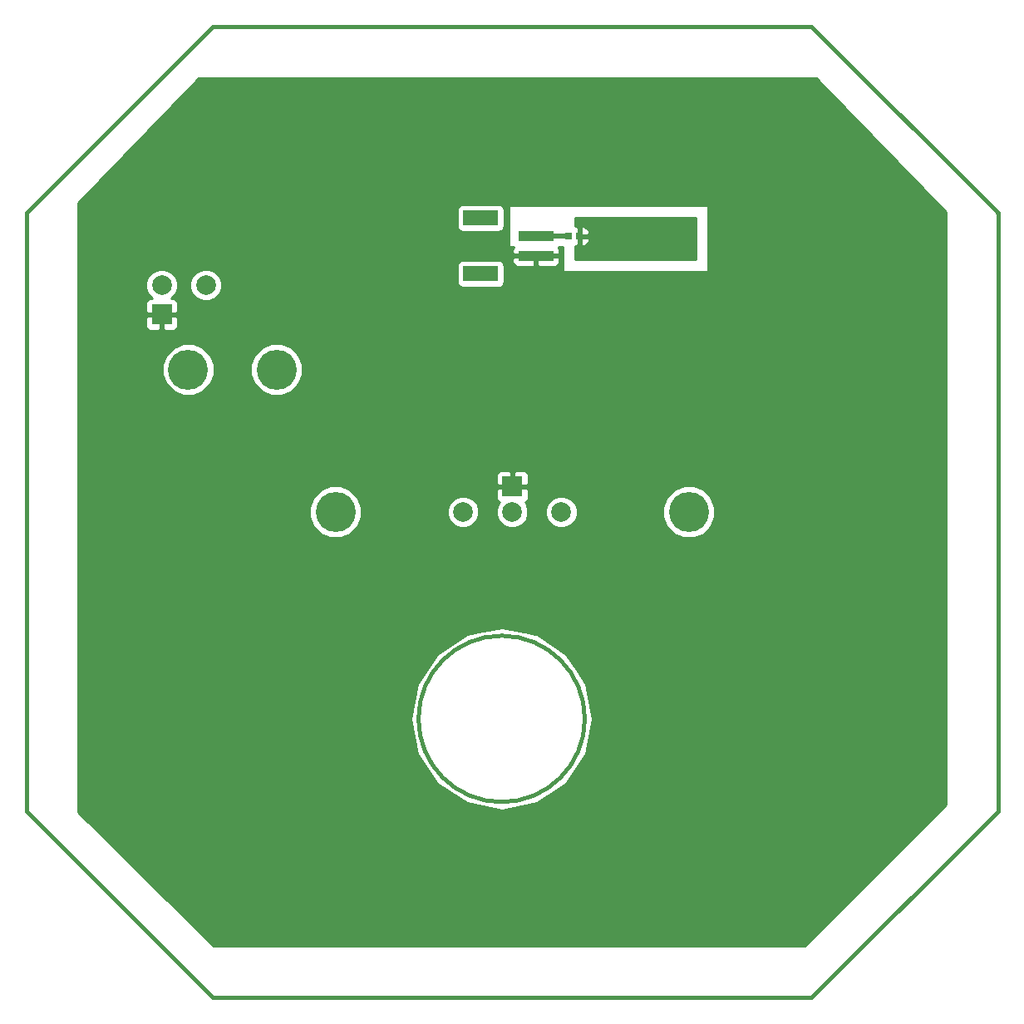
<source format=gbl>
G04 #@! TF.FileFunction,Copper,L2,Bot,Signal*
%FSLAX46Y46*%
G04 Gerber Fmt 4.6, Leading zero omitted, Abs format (unit mm)*
G04 Created by KiCad (PCBNEW (after 2015-mar-04 BZR unknown)-product) date Wed 15 Apr 2015 11:54:57 AM CDT*
%MOMM*%
G01*
G04 APERTURE LIST*
%ADD10C,0.150000*%
%ADD11C,0.381000*%
%ADD12R,3.556000X1.016000*%
%ADD13R,3.556000X1.524000*%
%ADD14C,4.064000*%
%ADD15R,0.701040X0.701040*%
%ADD16C,1.998980*%
%ADD17R,1.998980X1.998980*%
%ADD18C,0.889000*%
%ADD19C,0.203200*%
%ADD20C,0.500000*%
%ADD21C,0.254000*%
G04 APERTURE END LIST*
D10*
D11*
X150190200Y-167589200D02*
X89166700Y-167589200D01*
X89166700Y-167589200D02*
X70205600Y-148628100D01*
X150190200Y-68630800D02*
X169176700Y-87617300D01*
X70205600Y-87617300D02*
X89192100Y-68630800D01*
X169176700Y-148602700D02*
X150190200Y-167589200D01*
X169176700Y-87617300D02*
X169176700Y-148602700D01*
X89192100Y-68630800D02*
X150190200Y-68630800D01*
X70205600Y-148628100D02*
X70205600Y-87617300D01*
X127102752Y-139179300D02*
G75*
G03X127102752Y-139179300I-8472052J0D01*
G01*
X169181780Y-148597620D02*
X169181780Y-148590000D01*
X169171620Y-87609680D02*
X169171620Y-87619840D01*
D12*
X122138800Y-89984000D03*
X122138800Y-92016000D03*
D13*
X116500000Y-93844800D03*
X116500000Y-88155200D03*
D14*
X86700360Y-103598980D03*
X95699580Y-103598980D03*
X101700000Y-118100000D03*
X137700000Y-118100000D03*
D15*
X126551180Y-90000000D03*
X125448820Y-90000000D03*
D16*
X119700040Y-118099840D03*
X124701300Y-118099840D03*
X114701320Y-118099840D03*
X84000000Y-95000000D03*
X88500000Y-95000000D03*
D17*
X84000000Y-98000000D03*
X119725440Y-115524280D03*
D18*
X137500000Y-91500000D03*
X137500000Y-90000000D03*
X137500000Y-88500000D03*
X136000000Y-88500000D03*
X136000000Y-90000000D03*
X136000000Y-91500000D03*
X134500000Y-91500000D03*
X134500000Y-90000000D03*
X134500000Y-88500000D03*
X133000000Y-88500000D03*
X133000000Y-90000000D03*
X133000000Y-91500000D03*
X131500000Y-91500000D03*
X131500000Y-90000000D03*
X131500000Y-88500000D03*
X148500000Y-101000000D03*
X148500000Y-102500000D03*
X145500000Y-102500000D03*
X145500000Y-101000000D03*
X147000000Y-101000000D03*
X147000000Y-102500000D03*
X114500000Y-101000000D03*
X114500000Y-102500000D03*
X111500000Y-102500000D03*
X111500000Y-101000000D03*
X113000000Y-101000000D03*
X113000000Y-102500000D03*
X114500000Y-82000000D03*
X114500000Y-83500000D03*
X111500000Y-83500000D03*
X111500000Y-82000000D03*
X113000000Y-82000000D03*
X113000000Y-83500000D03*
X116199920Y-122598180D03*
X116199920Y-121099580D03*
X118399560Y-121000520D03*
X117200680Y-122598180D03*
X117200680Y-121099580D03*
X115646200Y-159232600D03*
X114147600Y-159245300D03*
X112623600Y-159245300D03*
X117144800Y-159258000D03*
X118706900Y-159258000D03*
X145440400Y-137464800D03*
X147091400Y-137477500D03*
X148602700Y-137464800D03*
X143916400Y-137452100D03*
X142417800Y-137464800D03*
X85432900Y-138518900D03*
X83959700Y-138544300D03*
X82473800Y-138544300D03*
X86931500Y-138493500D03*
X88480900Y-138468100D03*
D11*
X137500000Y-88500000D02*
X137500000Y-90000000D01*
X136000000Y-90000000D02*
X136000000Y-88500000D01*
X134500000Y-91500000D02*
X136000000Y-91500000D01*
X134500000Y-88500000D02*
X134500000Y-90000000D01*
X133000000Y-90000000D02*
X133000000Y-88500000D01*
X131500000Y-91500000D02*
X133000000Y-91500000D01*
X131500000Y-88500000D02*
X131500000Y-90000000D01*
D19*
X148500000Y-102500000D02*
X148500000Y-101000000D01*
X145500000Y-101000000D02*
X145500000Y-102500000D01*
X147000000Y-102500000D02*
X147000000Y-101000000D01*
X114500000Y-102500000D02*
X114500000Y-101000000D01*
X111500000Y-101000000D02*
X111500000Y-102500000D01*
X113000000Y-102500000D02*
X113000000Y-101000000D01*
X114500000Y-83500000D02*
X114500000Y-82000000D01*
X111500000Y-82000000D02*
X111500000Y-83500000D01*
X113000000Y-83500000D02*
X113000000Y-82000000D01*
X116199920Y-121099580D02*
X116199920Y-122598180D01*
X117200680Y-122598180D02*
X117200680Y-121099580D01*
X115646200Y-159232600D02*
X115633500Y-159245300D01*
X115633500Y-159245300D02*
X114147600Y-159245300D01*
X112623600Y-159245300D02*
X112636300Y-159258000D01*
X112636300Y-159258000D02*
X117144800Y-159258000D01*
X145440400Y-137464800D02*
X147002500Y-137464800D01*
X147002500Y-137464800D02*
X147015200Y-137477500D01*
X147015200Y-137477500D02*
X147091400Y-137477500D01*
X148602700Y-137464800D02*
X148590000Y-137452100D01*
X148590000Y-137452100D02*
X143916400Y-137452100D01*
X85432900Y-138518900D02*
X85407500Y-138544300D01*
X85407500Y-138544300D02*
X83959700Y-138544300D01*
X82473800Y-138544300D02*
X82524600Y-138493500D01*
X82524600Y-138493500D02*
X86931500Y-138493500D01*
D20*
X125448820Y-90000000D02*
X122154800Y-90000000D01*
X122154800Y-90000000D02*
X122138800Y-89984000D01*
D21*
G36*
X163873180Y-147945320D02*
X149446970Y-162272980D01*
X140367462Y-162272980D01*
X140367462Y-117571828D01*
X139962291Y-116591239D01*
X139627000Y-116255362D01*
X139627000Y-93627000D01*
X139627000Y-86873000D01*
X119373000Y-86873000D01*
X119373000Y-91127000D01*
X119843774Y-91127000D01*
X119822473Y-91148302D01*
X119725800Y-91381691D01*
X119725800Y-91730250D01*
X119884550Y-91889000D01*
X122011800Y-91889000D01*
X122011800Y-91869000D01*
X122265800Y-91869000D01*
X122265800Y-91889000D01*
X124393050Y-91889000D01*
X124551800Y-91730250D01*
X124551800Y-91381691D01*
X124455127Y-91148302D01*
X124433825Y-91127000D01*
X124873000Y-91127000D01*
X124873000Y-93627000D01*
X139627000Y-93627000D01*
X139627000Y-116255362D01*
X139212707Y-115840345D01*
X138232827Y-115433464D01*
X137171828Y-115432538D01*
X136191239Y-115837709D01*
X135440345Y-116587293D01*
X135033464Y-117567173D01*
X135032538Y-118628172D01*
X135437709Y-119608761D01*
X136187293Y-120359655D01*
X137167173Y-120766536D01*
X138228172Y-120767462D01*
X139208761Y-120362291D01*
X139959655Y-119612707D01*
X140366536Y-118632827D01*
X140367462Y-117571828D01*
X140367462Y-162272980D01*
X139192247Y-162272980D01*
X139192233Y-162280600D01*
X134849068Y-162280600D01*
X134849096Y-162272980D01*
X127928252Y-162272980D01*
X127928252Y-139179300D01*
X127220518Y-135621281D01*
X126336074Y-134297617D01*
X126336074Y-117776146D01*
X126087762Y-117175185D01*
X125628373Y-116714994D01*
X125027847Y-116465634D01*
X124551800Y-116465218D01*
X124551800Y-92650309D01*
X124551800Y-92301750D01*
X124393050Y-92143000D01*
X122265800Y-92143000D01*
X122265800Y-93000250D01*
X122424550Y-93159000D01*
X123790491Y-93159000D01*
X124043110Y-93159000D01*
X124276499Y-93062327D01*
X124455127Y-92883698D01*
X124551800Y-92650309D01*
X124551800Y-116465218D01*
X124377606Y-116465066D01*
X123776645Y-116713378D01*
X123316454Y-117172767D01*
X123067094Y-117773293D01*
X123066526Y-118423534D01*
X123314838Y-119024495D01*
X123774227Y-119484686D01*
X124374753Y-119734046D01*
X125024994Y-119734614D01*
X125625955Y-119486302D01*
X126086146Y-119026913D01*
X126335506Y-118426387D01*
X126336074Y-117776146D01*
X126336074Y-134297617D01*
X125205062Y-132604938D01*
X122188719Y-130589482D01*
X122011800Y-130554290D01*
X122011800Y-93000250D01*
X122011800Y-92143000D01*
X119884550Y-92143000D01*
X119725800Y-92301750D01*
X119725800Y-92650309D01*
X119822473Y-92883698D01*
X120001101Y-93062327D01*
X120234490Y-93159000D01*
X120487109Y-93159000D01*
X121853050Y-93159000D01*
X122011800Y-93000250D01*
X122011800Y-130554290D01*
X121359930Y-130424625D01*
X121359930Y-116650080D01*
X121359930Y-116397461D01*
X121359930Y-115810030D01*
X121359930Y-115238530D01*
X121359930Y-114651099D01*
X121359930Y-114398480D01*
X121263257Y-114165091D01*
X121084628Y-113986463D01*
X120851239Y-113889790D01*
X120011190Y-113889790D01*
X119852440Y-114048540D01*
X119852440Y-115397280D01*
X121201180Y-115397280D01*
X121359930Y-115238530D01*
X121359930Y-115810030D01*
X121201180Y-115651280D01*
X119852440Y-115651280D01*
X119852440Y-115671280D01*
X119598440Y-115671280D01*
X119598440Y-115651280D01*
X119598440Y-115397280D01*
X119598440Y-114048540D01*
X119439690Y-113889790D01*
X118925440Y-113889790D01*
X118925440Y-94606800D01*
X118925440Y-93082800D01*
X118925440Y-88917200D01*
X118925440Y-87393200D01*
X118878463Y-87151077D01*
X118738673Y-86938273D01*
X118527640Y-86795823D01*
X118278000Y-86745760D01*
X114722000Y-86745760D01*
X114479877Y-86792737D01*
X114267073Y-86932527D01*
X114124623Y-87143560D01*
X114074560Y-87393200D01*
X114074560Y-88917200D01*
X114121537Y-89159323D01*
X114261327Y-89372127D01*
X114472360Y-89514577D01*
X114722000Y-89564640D01*
X118278000Y-89564640D01*
X118520123Y-89517663D01*
X118732927Y-89377873D01*
X118875377Y-89166840D01*
X118925440Y-88917200D01*
X118925440Y-93082800D01*
X118878463Y-92840677D01*
X118738673Y-92627873D01*
X118527640Y-92485423D01*
X118278000Y-92435360D01*
X114722000Y-92435360D01*
X114479877Y-92482337D01*
X114267073Y-92622127D01*
X114124623Y-92833160D01*
X114074560Y-93082800D01*
X114074560Y-94606800D01*
X114121537Y-94848923D01*
X114261327Y-95061727D01*
X114472360Y-95204177D01*
X114722000Y-95254240D01*
X118278000Y-95254240D01*
X118520123Y-95207263D01*
X118732927Y-95067473D01*
X118875377Y-94856440D01*
X118925440Y-94606800D01*
X118925440Y-113889790D01*
X118599641Y-113889790D01*
X118366252Y-113986463D01*
X118187623Y-114165091D01*
X118090950Y-114398480D01*
X118090950Y-114651099D01*
X118090950Y-115238530D01*
X118249700Y-115397280D01*
X119598440Y-115397280D01*
X119598440Y-115651280D01*
X118249700Y-115651280D01*
X118090950Y-115810030D01*
X118090950Y-116397461D01*
X118090950Y-116650080D01*
X118187623Y-116883469D01*
X118366252Y-117062097D01*
X118408519Y-117079604D01*
X118315194Y-117172767D01*
X118065834Y-117773293D01*
X118065266Y-118423534D01*
X118313578Y-119024495D01*
X118772967Y-119484686D01*
X119373493Y-119734046D01*
X120023734Y-119734614D01*
X120624695Y-119486302D01*
X121084886Y-119026913D01*
X121334246Y-118426387D01*
X121334814Y-117776146D01*
X121086502Y-117175185D01*
X121006087Y-117094629D01*
X121084628Y-117062097D01*
X121263257Y-116883469D01*
X121359930Y-116650080D01*
X121359930Y-130424625D01*
X118630700Y-129881748D01*
X116336094Y-130338173D01*
X116336094Y-117776146D01*
X116087782Y-117175185D01*
X115628393Y-116714994D01*
X115027867Y-116465634D01*
X114377626Y-116465066D01*
X113776665Y-116713378D01*
X113316474Y-117172767D01*
X113067114Y-117773293D01*
X113066546Y-118423534D01*
X113314858Y-119024495D01*
X113774247Y-119484686D01*
X114374773Y-119734046D01*
X115025014Y-119734614D01*
X115625975Y-119486302D01*
X116086166Y-119026913D01*
X116335526Y-118426387D01*
X116336094Y-117776146D01*
X116336094Y-130338173D01*
X115072681Y-130589482D01*
X112056338Y-132604938D01*
X110040882Y-135621281D01*
X109333148Y-139179300D01*
X110040882Y-142737319D01*
X112056338Y-145753662D01*
X115072681Y-147769118D01*
X118630700Y-148476852D01*
X122188719Y-147769118D01*
X125205062Y-145753662D01*
X127220518Y-142737319D01*
X127928252Y-139179300D01*
X127928252Y-162272980D01*
X104367462Y-162272980D01*
X104367462Y-117571828D01*
X103962291Y-116591239D01*
X103212707Y-115840345D01*
X102232827Y-115433464D01*
X101171828Y-115432538D01*
X100191239Y-115837709D01*
X99440345Y-116587293D01*
X99033464Y-117567173D01*
X99032538Y-118628172D01*
X99437709Y-119608761D01*
X100187293Y-120359655D01*
X101167173Y-120766536D01*
X102228172Y-120767462D01*
X103208761Y-120362291D01*
X103959655Y-119612707D01*
X104366536Y-118632827D01*
X104367462Y-117571828D01*
X104367462Y-162272980D01*
X98367042Y-162272980D01*
X98367042Y-103070808D01*
X97961871Y-102090219D01*
X97212287Y-101339325D01*
X96232407Y-100932444D01*
X95171408Y-100931518D01*
X94190819Y-101336689D01*
X93439925Y-102086273D01*
X93033044Y-103066153D01*
X93032118Y-104127152D01*
X93437289Y-105107741D01*
X94186873Y-105858635D01*
X95166753Y-106265516D01*
X96227752Y-106266442D01*
X97208341Y-105861271D01*
X97959235Y-105111687D01*
X98366116Y-104131807D01*
X98367042Y-103070808D01*
X98367042Y-162272980D01*
X90134774Y-162272980D01*
X90134774Y-94676306D01*
X89886462Y-94075345D01*
X89427073Y-93615154D01*
X88826547Y-93365794D01*
X88176306Y-93365226D01*
X87575345Y-93613538D01*
X87115154Y-94072927D01*
X86865794Y-94673453D01*
X86865226Y-95323694D01*
X87113538Y-95924655D01*
X87572927Y-96384846D01*
X88173453Y-96634206D01*
X88823694Y-96634774D01*
X89424655Y-96386462D01*
X89884846Y-95927073D01*
X90134206Y-95326547D01*
X90134774Y-94676306D01*
X90134774Y-162272980D01*
X89367822Y-162272980D01*
X89367822Y-103070808D01*
X88962651Y-102090219D01*
X88213067Y-101339325D01*
X87233187Y-100932444D01*
X86172188Y-100931518D01*
X85634774Y-101153572D01*
X85634774Y-94676306D01*
X85386462Y-94075345D01*
X84927073Y-93615154D01*
X84326547Y-93365794D01*
X83676306Y-93365226D01*
X83075345Y-93613538D01*
X82615154Y-94072927D01*
X82365794Y-94673453D01*
X82365226Y-95323694D01*
X82613538Y-95924655D01*
X83053624Y-96365510D01*
X82874201Y-96365510D01*
X82640812Y-96462183D01*
X82462183Y-96640811D01*
X82365510Y-96874200D01*
X82365510Y-97126819D01*
X82365510Y-97714250D01*
X82524260Y-97873000D01*
X83873000Y-97873000D01*
X83873000Y-97853000D01*
X84127000Y-97853000D01*
X84127000Y-97873000D01*
X85475740Y-97873000D01*
X85634490Y-97714250D01*
X85634490Y-97126819D01*
X85634490Y-96874200D01*
X85537817Y-96640811D01*
X85359188Y-96462183D01*
X85125799Y-96365510D01*
X84945643Y-96365510D01*
X85384846Y-95927073D01*
X85634206Y-95326547D01*
X85634774Y-94676306D01*
X85634774Y-101153572D01*
X85634490Y-101153690D01*
X85634490Y-99125800D01*
X85634490Y-98873181D01*
X85634490Y-98285750D01*
X85475740Y-98127000D01*
X84127000Y-98127000D01*
X84127000Y-99475740D01*
X84285750Y-99634490D01*
X85125799Y-99634490D01*
X85359188Y-99537817D01*
X85537817Y-99359189D01*
X85634490Y-99125800D01*
X85634490Y-101153690D01*
X85191599Y-101336689D01*
X84440705Y-102086273D01*
X84033824Y-103066153D01*
X84032898Y-104127152D01*
X84438069Y-105107741D01*
X85187653Y-105858635D01*
X86167533Y-106265516D01*
X87228532Y-106266442D01*
X88209121Y-105861271D01*
X88960015Y-105111687D01*
X89366896Y-104131807D01*
X89367822Y-103070808D01*
X89367822Y-162272980D01*
X89252057Y-162272980D01*
X83873000Y-156932535D01*
X83873000Y-99475740D01*
X83873000Y-98127000D01*
X82524260Y-98127000D01*
X82365510Y-98285750D01*
X82365510Y-98873181D01*
X82365510Y-99125800D01*
X82462183Y-99359189D01*
X82640812Y-99537817D01*
X82874201Y-99634490D01*
X83714250Y-99634490D01*
X83873000Y-99475740D01*
X83873000Y-156932535D01*
X75526900Y-148646347D01*
X75526900Y-86649896D01*
X87755207Y-73926700D01*
X150647033Y-73926700D01*
X163873180Y-87549430D01*
X163873180Y-147945320D01*
X163873180Y-147945320D01*
G37*
X163873180Y-147945320D02*
X149446970Y-162272980D01*
X140367462Y-162272980D01*
X140367462Y-117571828D01*
X139962291Y-116591239D01*
X139627000Y-116255362D01*
X139627000Y-93627000D01*
X139627000Y-86873000D01*
X119373000Y-86873000D01*
X119373000Y-91127000D01*
X119843774Y-91127000D01*
X119822473Y-91148302D01*
X119725800Y-91381691D01*
X119725800Y-91730250D01*
X119884550Y-91889000D01*
X122011800Y-91889000D01*
X122011800Y-91869000D01*
X122265800Y-91869000D01*
X122265800Y-91889000D01*
X124393050Y-91889000D01*
X124551800Y-91730250D01*
X124551800Y-91381691D01*
X124455127Y-91148302D01*
X124433825Y-91127000D01*
X124873000Y-91127000D01*
X124873000Y-93627000D01*
X139627000Y-93627000D01*
X139627000Y-116255362D01*
X139212707Y-115840345D01*
X138232827Y-115433464D01*
X137171828Y-115432538D01*
X136191239Y-115837709D01*
X135440345Y-116587293D01*
X135033464Y-117567173D01*
X135032538Y-118628172D01*
X135437709Y-119608761D01*
X136187293Y-120359655D01*
X137167173Y-120766536D01*
X138228172Y-120767462D01*
X139208761Y-120362291D01*
X139959655Y-119612707D01*
X140366536Y-118632827D01*
X140367462Y-117571828D01*
X140367462Y-162272980D01*
X139192247Y-162272980D01*
X139192233Y-162280600D01*
X134849068Y-162280600D01*
X134849096Y-162272980D01*
X127928252Y-162272980D01*
X127928252Y-139179300D01*
X127220518Y-135621281D01*
X126336074Y-134297617D01*
X126336074Y-117776146D01*
X126087762Y-117175185D01*
X125628373Y-116714994D01*
X125027847Y-116465634D01*
X124551800Y-116465218D01*
X124551800Y-92650309D01*
X124551800Y-92301750D01*
X124393050Y-92143000D01*
X122265800Y-92143000D01*
X122265800Y-93000250D01*
X122424550Y-93159000D01*
X123790491Y-93159000D01*
X124043110Y-93159000D01*
X124276499Y-93062327D01*
X124455127Y-92883698D01*
X124551800Y-92650309D01*
X124551800Y-116465218D01*
X124377606Y-116465066D01*
X123776645Y-116713378D01*
X123316454Y-117172767D01*
X123067094Y-117773293D01*
X123066526Y-118423534D01*
X123314838Y-119024495D01*
X123774227Y-119484686D01*
X124374753Y-119734046D01*
X125024994Y-119734614D01*
X125625955Y-119486302D01*
X126086146Y-119026913D01*
X126335506Y-118426387D01*
X126336074Y-117776146D01*
X126336074Y-134297617D01*
X125205062Y-132604938D01*
X122188719Y-130589482D01*
X122011800Y-130554290D01*
X122011800Y-93000250D01*
X122011800Y-92143000D01*
X119884550Y-92143000D01*
X119725800Y-92301750D01*
X119725800Y-92650309D01*
X119822473Y-92883698D01*
X120001101Y-93062327D01*
X120234490Y-93159000D01*
X120487109Y-93159000D01*
X121853050Y-93159000D01*
X122011800Y-93000250D01*
X122011800Y-130554290D01*
X121359930Y-130424625D01*
X121359930Y-116650080D01*
X121359930Y-116397461D01*
X121359930Y-115810030D01*
X121359930Y-115238530D01*
X121359930Y-114651099D01*
X121359930Y-114398480D01*
X121263257Y-114165091D01*
X121084628Y-113986463D01*
X120851239Y-113889790D01*
X120011190Y-113889790D01*
X119852440Y-114048540D01*
X119852440Y-115397280D01*
X121201180Y-115397280D01*
X121359930Y-115238530D01*
X121359930Y-115810030D01*
X121201180Y-115651280D01*
X119852440Y-115651280D01*
X119852440Y-115671280D01*
X119598440Y-115671280D01*
X119598440Y-115651280D01*
X119598440Y-115397280D01*
X119598440Y-114048540D01*
X119439690Y-113889790D01*
X118925440Y-113889790D01*
X118925440Y-94606800D01*
X118925440Y-93082800D01*
X118925440Y-88917200D01*
X118925440Y-87393200D01*
X118878463Y-87151077D01*
X118738673Y-86938273D01*
X118527640Y-86795823D01*
X118278000Y-86745760D01*
X114722000Y-86745760D01*
X114479877Y-86792737D01*
X114267073Y-86932527D01*
X114124623Y-87143560D01*
X114074560Y-87393200D01*
X114074560Y-88917200D01*
X114121537Y-89159323D01*
X114261327Y-89372127D01*
X114472360Y-89514577D01*
X114722000Y-89564640D01*
X118278000Y-89564640D01*
X118520123Y-89517663D01*
X118732927Y-89377873D01*
X118875377Y-89166840D01*
X118925440Y-88917200D01*
X118925440Y-93082800D01*
X118878463Y-92840677D01*
X118738673Y-92627873D01*
X118527640Y-92485423D01*
X118278000Y-92435360D01*
X114722000Y-92435360D01*
X114479877Y-92482337D01*
X114267073Y-92622127D01*
X114124623Y-92833160D01*
X114074560Y-93082800D01*
X114074560Y-94606800D01*
X114121537Y-94848923D01*
X114261327Y-95061727D01*
X114472360Y-95204177D01*
X114722000Y-95254240D01*
X118278000Y-95254240D01*
X118520123Y-95207263D01*
X118732927Y-95067473D01*
X118875377Y-94856440D01*
X118925440Y-94606800D01*
X118925440Y-113889790D01*
X118599641Y-113889790D01*
X118366252Y-113986463D01*
X118187623Y-114165091D01*
X118090950Y-114398480D01*
X118090950Y-114651099D01*
X118090950Y-115238530D01*
X118249700Y-115397280D01*
X119598440Y-115397280D01*
X119598440Y-115651280D01*
X118249700Y-115651280D01*
X118090950Y-115810030D01*
X118090950Y-116397461D01*
X118090950Y-116650080D01*
X118187623Y-116883469D01*
X118366252Y-117062097D01*
X118408519Y-117079604D01*
X118315194Y-117172767D01*
X118065834Y-117773293D01*
X118065266Y-118423534D01*
X118313578Y-119024495D01*
X118772967Y-119484686D01*
X119373493Y-119734046D01*
X120023734Y-119734614D01*
X120624695Y-119486302D01*
X121084886Y-119026913D01*
X121334246Y-118426387D01*
X121334814Y-117776146D01*
X121086502Y-117175185D01*
X121006087Y-117094629D01*
X121084628Y-117062097D01*
X121263257Y-116883469D01*
X121359930Y-116650080D01*
X121359930Y-130424625D01*
X118630700Y-129881748D01*
X116336094Y-130338173D01*
X116336094Y-117776146D01*
X116087782Y-117175185D01*
X115628393Y-116714994D01*
X115027867Y-116465634D01*
X114377626Y-116465066D01*
X113776665Y-116713378D01*
X113316474Y-117172767D01*
X113067114Y-117773293D01*
X113066546Y-118423534D01*
X113314858Y-119024495D01*
X113774247Y-119484686D01*
X114374773Y-119734046D01*
X115025014Y-119734614D01*
X115625975Y-119486302D01*
X116086166Y-119026913D01*
X116335526Y-118426387D01*
X116336094Y-117776146D01*
X116336094Y-130338173D01*
X115072681Y-130589482D01*
X112056338Y-132604938D01*
X110040882Y-135621281D01*
X109333148Y-139179300D01*
X110040882Y-142737319D01*
X112056338Y-145753662D01*
X115072681Y-147769118D01*
X118630700Y-148476852D01*
X122188719Y-147769118D01*
X125205062Y-145753662D01*
X127220518Y-142737319D01*
X127928252Y-139179300D01*
X127928252Y-162272980D01*
X104367462Y-162272980D01*
X104367462Y-117571828D01*
X103962291Y-116591239D01*
X103212707Y-115840345D01*
X102232827Y-115433464D01*
X101171828Y-115432538D01*
X100191239Y-115837709D01*
X99440345Y-116587293D01*
X99033464Y-117567173D01*
X99032538Y-118628172D01*
X99437709Y-119608761D01*
X100187293Y-120359655D01*
X101167173Y-120766536D01*
X102228172Y-120767462D01*
X103208761Y-120362291D01*
X103959655Y-119612707D01*
X104366536Y-118632827D01*
X104367462Y-117571828D01*
X104367462Y-162272980D01*
X98367042Y-162272980D01*
X98367042Y-103070808D01*
X97961871Y-102090219D01*
X97212287Y-101339325D01*
X96232407Y-100932444D01*
X95171408Y-100931518D01*
X94190819Y-101336689D01*
X93439925Y-102086273D01*
X93033044Y-103066153D01*
X93032118Y-104127152D01*
X93437289Y-105107741D01*
X94186873Y-105858635D01*
X95166753Y-106265516D01*
X96227752Y-106266442D01*
X97208341Y-105861271D01*
X97959235Y-105111687D01*
X98366116Y-104131807D01*
X98367042Y-103070808D01*
X98367042Y-162272980D01*
X90134774Y-162272980D01*
X90134774Y-94676306D01*
X89886462Y-94075345D01*
X89427073Y-93615154D01*
X88826547Y-93365794D01*
X88176306Y-93365226D01*
X87575345Y-93613538D01*
X87115154Y-94072927D01*
X86865794Y-94673453D01*
X86865226Y-95323694D01*
X87113538Y-95924655D01*
X87572927Y-96384846D01*
X88173453Y-96634206D01*
X88823694Y-96634774D01*
X89424655Y-96386462D01*
X89884846Y-95927073D01*
X90134206Y-95326547D01*
X90134774Y-94676306D01*
X90134774Y-162272980D01*
X89367822Y-162272980D01*
X89367822Y-103070808D01*
X88962651Y-102090219D01*
X88213067Y-101339325D01*
X87233187Y-100932444D01*
X86172188Y-100931518D01*
X85634774Y-101153572D01*
X85634774Y-94676306D01*
X85386462Y-94075345D01*
X84927073Y-93615154D01*
X84326547Y-93365794D01*
X83676306Y-93365226D01*
X83075345Y-93613538D01*
X82615154Y-94072927D01*
X82365794Y-94673453D01*
X82365226Y-95323694D01*
X82613538Y-95924655D01*
X83053624Y-96365510D01*
X82874201Y-96365510D01*
X82640812Y-96462183D01*
X82462183Y-96640811D01*
X82365510Y-96874200D01*
X82365510Y-97126819D01*
X82365510Y-97714250D01*
X82524260Y-97873000D01*
X83873000Y-97873000D01*
X83873000Y-97853000D01*
X84127000Y-97853000D01*
X84127000Y-97873000D01*
X85475740Y-97873000D01*
X85634490Y-97714250D01*
X85634490Y-97126819D01*
X85634490Y-96874200D01*
X85537817Y-96640811D01*
X85359188Y-96462183D01*
X85125799Y-96365510D01*
X84945643Y-96365510D01*
X85384846Y-95927073D01*
X85634206Y-95326547D01*
X85634774Y-94676306D01*
X85634774Y-101153572D01*
X85634490Y-101153690D01*
X85634490Y-99125800D01*
X85634490Y-98873181D01*
X85634490Y-98285750D01*
X85475740Y-98127000D01*
X84127000Y-98127000D01*
X84127000Y-99475740D01*
X84285750Y-99634490D01*
X85125799Y-99634490D01*
X85359188Y-99537817D01*
X85537817Y-99359189D01*
X85634490Y-99125800D01*
X85634490Y-101153690D01*
X85191599Y-101336689D01*
X84440705Y-102086273D01*
X84033824Y-103066153D01*
X84032898Y-104127152D01*
X84438069Y-105107741D01*
X85187653Y-105858635D01*
X86167533Y-106265516D01*
X87228532Y-106266442D01*
X88209121Y-105861271D01*
X88960015Y-105111687D01*
X89366896Y-104131807D01*
X89367822Y-103070808D01*
X89367822Y-162272980D01*
X89252057Y-162272980D01*
X83873000Y-156932535D01*
X83873000Y-99475740D01*
X83873000Y-98127000D01*
X82524260Y-98127000D01*
X82365510Y-98285750D01*
X82365510Y-98873181D01*
X82365510Y-99125800D01*
X82462183Y-99359189D01*
X82640812Y-99537817D01*
X82874201Y-99634490D01*
X83714250Y-99634490D01*
X83873000Y-99475740D01*
X83873000Y-156932535D01*
X75526900Y-148646347D01*
X75526900Y-86649896D01*
X87755207Y-73926700D01*
X150647033Y-73926700D01*
X163873180Y-87549430D01*
X163873180Y-147945320D01*
G36*
X138373000Y-92373000D02*
X127536700Y-92373000D01*
X127536700Y-90476830D01*
X127536700Y-90285750D01*
X127536700Y-89714250D01*
X127536700Y-89523170D01*
X127440027Y-89289781D01*
X127261398Y-89111153D01*
X127028009Y-89014480D01*
X126836930Y-89014480D01*
X126678180Y-89173230D01*
X126678180Y-89873000D01*
X127377950Y-89873000D01*
X127536700Y-89714250D01*
X127536700Y-90285750D01*
X127377950Y-90127000D01*
X126678180Y-90127000D01*
X126678180Y-90826770D01*
X126836930Y-90985520D01*
X127028009Y-90985520D01*
X127261398Y-90888847D01*
X127440027Y-90710219D01*
X127536700Y-90476830D01*
X127536700Y-92373000D01*
X126127000Y-92373000D01*
X126127000Y-90985520D01*
X126265430Y-90985520D01*
X126424180Y-90826770D01*
X126424180Y-90463215D01*
X126446780Y-90350520D01*
X126446780Y-89649480D01*
X126424180Y-89532997D01*
X126424180Y-89173230D01*
X126265430Y-89014480D01*
X126127000Y-89014480D01*
X126127000Y-88127000D01*
X138373000Y-88127000D01*
X138373000Y-92373000D01*
X138373000Y-92373000D01*
G37*
X138373000Y-92373000D02*
X127536700Y-92373000D01*
X127536700Y-90476830D01*
X127536700Y-90285750D01*
X127536700Y-89714250D01*
X127536700Y-89523170D01*
X127440027Y-89289781D01*
X127261398Y-89111153D01*
X127028009Y-89014480D01*
X126836930Y-89014480D01*
X126678180Y-89173230D01*
X126678180Y-89873000D01*
X127377950Y-89873000D01*
X127536700Y-89714250D01*
X127536700Y-90285750D01*
X127377950Y-90127000D01*
X126678180Y-90127000D01*
X126678180Y-90826770D01*
X126836930Y-90985520D01*
X127028009Y-90985520D01*
X127261398Y-90888847D01*
X127440027Y-90710219D01*
X127536700Y-90476830D01*
X127536700Y-92373000D01*
X126127000Y-92373000D01*
X126127000Y-90985520D01*
X126265430Y-90985520D01*
X126424180Y-90826770D01*
X126424180Y-90463215D01*
X126446780Y-90350520D01*
X126446780Y-89649480D01*
X126424180Y-89532997D01*
X126424180Y-89173230D01*
X126265430Y-89014480D01*
X126127000Y-89014480D01*
X126127000Y-88127000D01*
X138373000Y-88127000D01*
X138373000Y-92373000D01*
M02*

</source>
